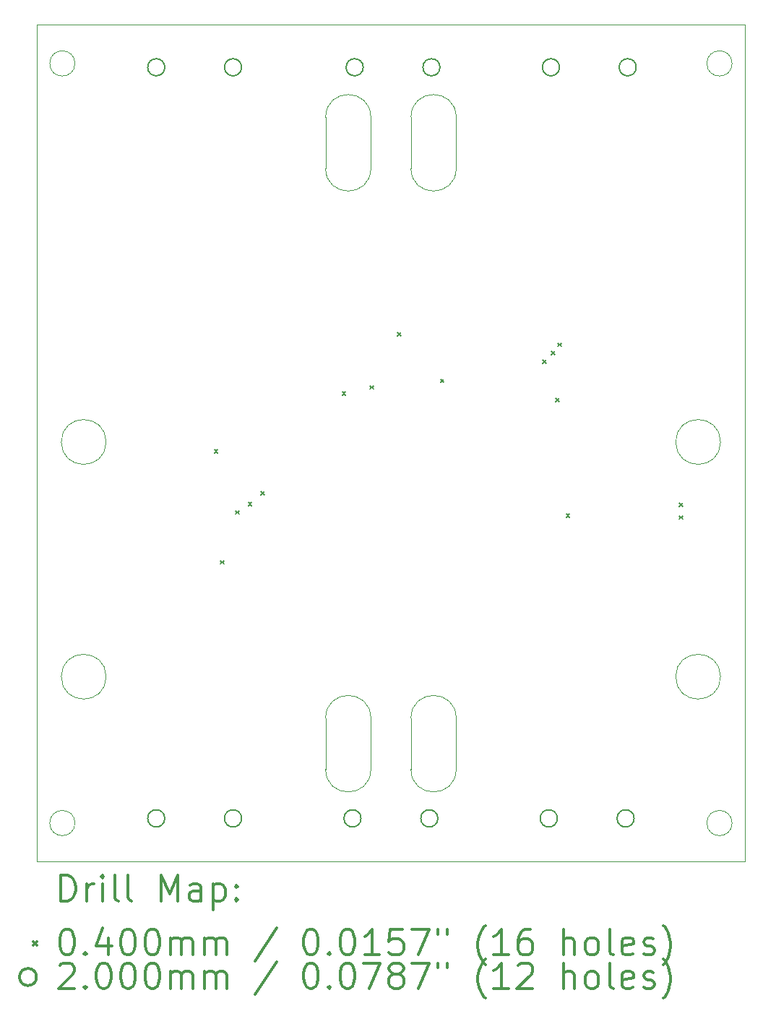
<source format=gbr>
%FSLAX45Y45*%
G04 Gerber Fmt 4.5, Leading zero omitted, Abs format (unit mm)*
G04 Created by KiCad (PCBNEW (5.1.10)-1) date 2022-05-07 18:00:44*
%MOMM*%
%LPD*%
G01*
G04 APERTURE LIST*
%TA.AperFunction,Profile*%
%ADD10C,0.050000*%
%TD*%
%ADD11C,0.200000*%
%ADD12C,0.300000*%
G04 APERTURE END LIST*
D10*
X15215000Y-15300000D02*
G75*
G02*
X14685000Y-15300000I-265000J0D01*
G01*
X14685000Y-14700000D02*
G75*
G02*
X15215000Y-14700000I265000J0D01*
G01*
X14215000Y-15300000D02*
G75*
G02*
X13685000Y-15300000I-265000J0D01*
G01*
X13685000Y-14700000D02*
G75*
G02*
X14215000Y-14700000I265000J0D01*
G01*
X15215000Y-8260000D02*
G75*
G02*
X14685000Y-8260000I-265000J0D01*
G01*
X14685000Y-7660000D02*
G75*
G02*
X15215000Y-7660000I265000J0D01*
G01*
X13685000Y-7660000D02*
G75*
G02*
X14215000Y-7660000I265000J0D01*
G01*
X14215000Y-8260000D02*
G75*
G02*
X13685000Y-8260000I-265000J0D01*
G01*
X15215000Y-7660000D02*
X15215000Y-8260000D01*
X14685000Y-7660000D02*
X14685000Y-8260000D01*
X13685000Y-7660000D02*
X13685000Y-8260000D01*
X14215000Y-7660000D02*
X14215000Y-8260000D01*
X15215000Y-15300000D02*
X15215000Y-14700000D01*
X14685000Y-14700000D02*
X14685000Y-15300000D01*
X14215000Y-15300000D02*
X14215000Y-14700000D01*
X13685000Y-15300000D02*
X13685000Y-14700000D01*
X18312500Y-11465000D02*
G75*
G03*
X18312500Y-11465000I-262500J0D01*
G01*
X18312500Y-14215000D02*
G75*
G03*
X18312500Y-14215000I-262500J0D01*
G01*
X11112500Y-14215000D02*
G75*
G03*
X11112500Y-14215000I-262500J0D01*
G01*
X11112500Y-11465000D02*
G75*
G03*
X11112500Y-11465000I-262500J0D01*
G01*
X18447500Y-7030000D02*
G75*
G03*
X18447500Y-7030000I-147500J0D01*
G01*
X10747500Y-7030000D02*
G75*
G03*
X10747500Y-7030000I-147500J0D01*
G01*
X10747500Y-15930000D02*
G75*
G03*
X10747500Y-15930000I-147500J0D01*
G01*
X18447500Y-15930000D02*
G75*
G03*
X18447500Y-15930000I-147500J0D01*
G01*
X18600000Y-6575000D02*
X10300000Y-6575000D01*
X18600000Y-16375000D02*
X18600000Y-6575000D01*
X10300000Y-16375000D02*
X18600000Y-16375000D01*
X10300000Y-6575000D02*
X10300000Y-16375000D01*
D11*
X12380000Y-11555000D02*
X12420000Y-11595000D01*
X12420000Y-11555000D02*
X12380000Y-11595000D01*
X12455000Y-12855000D02*
X12495000Y-12895000D01*
X12495000Y-12855000D02*
X12455000Y-12895000D01*
X12630000Y-12269500D02*
X12670000Y-12309500D01*
X12670000Y-12269500D02*
X12630000Y-12309500D01*
X12780000Y-12169500D02*
X12820000Y-12209500D01*
X12820000Y-12169500D02*
X12780000Y-12209500D01*
X12930000Y-12044500D02*
X12970000Y-12084500D01*
X12970000Y-12044500D02*
X12930000Y-12084500D01*
X13880000Y-10880000D02*
X13920000Y-10920000D01*
X13920000Y-10880000D02*
X13880000Y-10920000D01*
X14205000Y-10805000D02*
X14245000Y-10845000D01*
X14245000Y-10805000D02*
X14205000Y-10845000D01*
X14530000Y-10180000D02*
X14570000Y-10220000D01*
X14570000Y-10180000D02*
X14530000Y-10220000D01*
X15030000Y-10730000D02*
X15070000Y-10770000D01*
X15070000Y-10730000D02*
X15030000Y-10770000D01*
X16230000Y-10505000D02*
X16270000Y-10545000D01*
X16270000Y-10505000D02*
X16230000Y-10545000D01*
X16330000Y-10405000D02*
X16370000Y-10445000D01*
X16370000Y-10405000D02*
X16330000Y-10445000D01*
X16380000Y-10955000D02*
X16420000Y-10995000D01*
X16420000Y-10955000D02*
X16380000Y-10995000D01*
X16405000Y-10305000D02*
X16445000Y-10345000D01*
X16445000Y-10305000D02*
X16405000Y-10345000D01*
X16505000Y-12305000D02*
X16545000Y-12345000D01*
X16545000Y-12305000D02*
X16505000Y-12345000D01*
X17830000Y-12180000D02*
X17870000Y-12220000D01*
X17870000Y-12180000D02*
X17830000Y-12220000D01*
X17830000Y-12330000D02*
X17870000Y-12370000D01*
X17870000Y-12330000D02*
X17830000Y-12370000D01*
X11800000Y-7075000D02*
G75*
G03*
X11800000Y-7075000I-100000J0D01*
G01*
X11800000Y-15875000D02*
G75*
G03*
X11800000Y-15875000I-100000J0D01*
G01*
X12700000Y-7075000D02*
G75*
G03*
X12700000Y-7075000I-100000J0D01*
G01*
X12700000Y-15875000D02*
G75*
G03*
X12700000Y-15875000I-100000J0D01*
G01*
X14100000Y-15875000D02*
G75*
G03*
X14100000Y-15875000I-100000J0D01*
G01*
X14125000Y-7075000D02*
G75*
G03*
X14125000Y-7075000I-100000J0D01*
G01*
X15000000Y-15875000D02*
G75*
G03*
X15000000Y-15875000I-100000J0D01*
G01*
X15025000Y-7075000D02*
G75*
G03*
X15025000Y-7075000I-100000J0D01*
G01*
X16400000Y-15875000D02*
G75*
G03*
X16400000Y-15875000I-100000J0D01*
G01*
X16425000Y-7075000D02*
G75*
G03*
X16425000Y-7075000I-100000J0D01*
G01*
X17300000Y-15875000D02*
G75*
G03*
X17300000Y-15875000I-100000J0D01*
G01*
X17325000Y-7075000D02*
G75*
G03*
X17325000Y-7075000I-100000J0D01*
G01*
D12*
X10583928Y-16843214D02*
X10583928Y-16543214D01*
X10655357Y-16543214D01*
X10698214Y-16557500D01*
X10726786Y-16586071D01*
X10741071Y-16614643D01*
X10755357Y-16671786D01*
X10755357Y-16714643D01*
X10741071Y-16771786D01*
X10726786Y-16800357D01*
X10698214Y-16828929D01*
X10655357Y-16843214D01*
X10583928Y-16843214D01*
X10883928Y-16843214D02*
X10883928Y-16643214D01*
X10883928Y-16700357D02*
X10898214Y-16671786D01*
X10912500Y-16657500D01*
X10941071Y-16643214D01*
X10969643Y-16643214D01*
X11069643Y-16843214D02*
X11069643Y-16643214D01*
X11069643Y-16543214D02*
X11055357Y-16557500D01*
X11069643Y-16571786D01*
X11083928Y-16557500D01*
X11069643Y-16543214D01*
X11069643Y-16571786D01*
X11255357Y-16843214D02*
X11226786Y-16828929D01*
X11212500Y-16800357D01*
X11212500Y-16543214D01*
X11412500Y-16843214D02*
X11383928Y-16828929D01*
X11369643Y-16800357D01*
X11369643Y-16543214D01*
X11755357Y-16843214D02*
X11755357Y-16543214D01*
X11855357Y-16757500D01*
X11955357Y-16543214D01*
X11955357Y-16843214D01*
X12226786Y-16843214D02*
X12226786Y-16686071D01*
X12212500Y-16657500D01*
X12183928Y-16643214D01*
X12126786Y-16643214D01*
X12098214Y-16657500D01*
X12226786Y-16828929D02*
X12198214Y-16843214D01*
X12126786Y-16843214D01*
X12098214Y-16828929D01*
X12083928Y-16800357D01*
X12083928Y-16771786D01*
X12098214Y-16743214D01*
X12126786Y-16728929D01*
X12198214Y-16728929D01*
X12226786Y-16714643D01*
X12369643Y-16643214D02*
X12369643Y-16943214D01*
X12369643Y-16657500D02*
X12398214Y-16643214D01*
X12455357Y-16643214D01*
X12483928Y-16657500D01*
X12498214Y-16671786D01*
X12512500Y-16700357D01*
X12512500Y-16786072D01*
X12498214Y-16814643D01*
X12483928Y-16828929D01*
X12455357Y-16843214D01*
X12398214Y-16843214D01*
X12369643Y-16828929D01*
X12641071Y-16814643D02*
X12655357Y-16828929D01*
X12641071Y-16843214D01*
X12626786Y-16828929D01*
X12641071Y-16814643D01*
X12641071Y-16843214D01*
X12641071Y-16657500D02*
X12655357Y-16671786D01*
X12641071Y-16686071D01*
X12626786Y-16671786D01*
X12641071Y-16657500D01*
X12641071Y-16686071D01*
X10257500Y-17317500D02*
X10297500Y-17357500D01*
X10297500Y-17317500D02*
X10257500Y-17357500D01*
X10641071Y-17173214D02*
X10669643Y-17173214D01*
X10698214Y-17187500D01*
X10712500Y-17201786D01*
X10726786Y-17230357D01*
X10741071Y-17287500D01*
X10741071Y-17358929D01*
X10726786Y-17416072D01*
X10712500Y-17444643D01*
X10698214Y-17458929D01*
X10669643Y-17473214D01*
X10641071Y-17473214D01*
X10612500Y-17458929D01*
X10598214Y-17444643D01*
X10583928Y-17416072D01*
X10569643Y-17358929D01*
X10569643Y-17287500D01*
X10583928Y-17230357D01*
X10598214Y-17201786D01*
X10612500Y-17187500D01*
X10641071Y-17173214D01*
X10869643Y-17444643D02*
X10883928Y-17458929D01*
X10869643Y-17473214D01*
X10855357Y-17458929D01*
X10869643Y-17444643D01*
X10869643Y-17473214D01*
X11141071Y-17273214D02*
X11141071Y-17473214D01*
X11069643Y-17158929D02*
X10998214Y-17373214D01*
X11183928Y-17373214D01*
X11355357Y-17173214D02*
X11383928Y-17173214D01*
X11412500Y-17187500D01*
X11426786Y-17201786D01*
X11441071Y-17230357D01*
X11455357Y-17287500D01*
X11455357Y-17358929D01*
X11441071Y-17416072D01*
X11426786Y-17444643D01*
X11412500Y-17458929D01*
X11383928Y-17473214D01*
X11355357Y-17473214D01*
X11326786Y-17458929D01*
X11312500Y-17444643D01*
X11298214Y-17416072D01*
X11283928Y-17358929D01*
X11283928Y-17287500D01*
X11298214Y-17230357D01*
X11312500Y-17201786D01*
X11326786Y-17187500D01*
X11355357Y-17173214D01*
X11641071Y-17173214D02*
X11669643Y-17173214D01*
X11698214Y-17187500D01*
X11712500Y-17201786D01*
X11726786Y-17230357D01*
X11741071Y-17287500D01*
X11741071Y-17358929D01*
X11726786Y-17416072D01*
X11712500Y-17444643D01*
X11698214Y-17458929D01*
X11669643Y-17473214D01*
X11641071Y-17473214D01*
X11612500Y-17458929D01*
X11598214Y-17444643D01*
X11583928Y-17416072D01*
X11569643Y-17358929D01*
X11569643Y-17287500D01*
X11583928Y-17230357D01*
X11598214Y-17201786D01*
X11612500Y-17187500D01*
X11641071Y-17173214D01*
X11869643Y-17473214D02*
X11869643Y-17273214D01*
X11869643Y-17301786D02*
X11883928Y-17287500D01*
X11912500Y-17273214D01*
X11955357Y-17273214D01*
X11983928Y-17287500D01*
X11998214Y-17316072D01*
X11998214Y-17473214D01*
X11998214Y-17316072D02*
X12012500Y-17287500D01*
X12041071Y-17273214D01*
X12083928Y-17273214D01*
X12112500Y-17287500D01*
X12126786Y-17316072D01*
X12126786Y-17473214D01*
X12269643Y-17473214D02*
X12269643Y-17273214D01*
X12269643Y-17301786D02*
X12283928Y-17287500D01*
X12312500Y-17273214D01*
X12355357Y-17273214D01*
X12383928Y-17287500D01*
X12398214Y-17316072D01*
X12398214Y-17473214D01*
X12398214Y-17316072D02*
X12412500Y-17287500D01*
X12441071Y-17273214D01*
X12483928Y-17273214D01*
X12512500Y-17287500D01*
X12526786Y-17316072D01*
X12526786Y-17473214D01*
X13112500Y-17158929D02*
X12855357Y-17544643D01*
X13498214Y-17173214D02*
X13526786Y-17173214D01*
X13555357Y-17187500D01*
X13569643Y-17201786D01*
X13583928Y-17230357D01*
X13598214Y-17287500D01*
X13598214Y-17358929D01*
X13583928Y-17416072D01*
X13569643Y-17444643D01*
X13555357Y-17458929D01*
X13526786Y-17473214D01*
X13498214Y-17473214D01*
X13469643Y-17458929D01*
X13455357Y-17444643D01*
X13441071Y-17416072D01*
X13426786Y-17358929D01*
X13426786Y-17287500D01*
X13441071Y-17230357D01*
X13455357Y-17201786D01*
X13469643Y-17187500D01*
X13498214Y-17173214D01*
X13726786Y-17444643D02*
X13741071Y-17458929D01*
X13726786Y-17473214D01*
X13712500Y-17458929D01*
X13726786Y-17444643D01*
X13726786Y-17473214D01*
X13926786Y-17173214D02*
X13955357Y-17173214D01*
X13983928Y-17187500D01*
X13998214Y-17201786D01*
X14012500Y-17230357D01*
X14026786Y-17287500D01*
X14026786Y-17358929D01*
X14012500Y-17416072D01*
X13998214Y-17444643D01*
X13983928Y-17458929D01*
X13955357Y-17473214D01*
X13926786Y-17473214D01*
X13898214Y-17458929D01*
X13883928Y-17444643D01*
X13869643Y-17416072D01*
X13855357Y-17358929D01*
X13855357Y-17287500D01*
X13869643Y-17230357D01*
X13883928Y-17201786D01*
X13898214Y-17187500D01*
X13926786Y-17173214D01*
X14312500Y-17473214D02*
X14141071Y-17473214D01*
X14226786Y-17473214D02*
X14226786Y-17173214D01*
X14198214Y-17216072D01*
X14169643Y-17244643D01*
X14141071Y-17258929D01*
X14583928Y-17173214D02*
X14441071Y-17173214D01*
X14426786Y-17316072D01*
X14441071Y-17301786D01*
X14469643Y-17287500D01*
X14541071Y-17287500D01*
X14569643Y-17301786D01*
X14583928Y-17316072D01*
X14598214Y-17344643D01*
X14598214Y-17416072D01*
X14583928Y-17444643D01*
X14569643Y-17458929D01*
X14541071Y-17473214D01*
X14469643Y-17473214D01*
X14441071Y-17458929D01*
X14426786Y-17444643D01*
X14698214Y-17173214D02*
X14898214Y-17173214D01*
X14769643Y-17473214D01*
X14998214Y-17173214D02*
X14998214Y-17230357D01*
X15112500Y-17173214D02*
X15112500Y-17230357D01*
X15555357Y-17587500D02*
X15541071Y-17573214D01*
X15512500Y-17530357D01*
X15498214Y-17501786D01*
X15483928Y-17458929D01*
X15469643Y-17387500D01*
X15469643Y-17330357D01*
X15483928Y-17258929D01*
X15498214Y-17216072D01*
X15512500Y-17187500D01*
X15541071Y-17144643D01*
X15555357Y-17130357D01*
X15826786Y-17473214D02*
X15655357Y-17473214D01*
X15741071Y-17473214D02*
X15741071Y-17173214D01*
X15712500Y-17216072D01*
X15683928Y-17244643D01*
X15655357Y-17258929D01*
X16083928Y-17173214D02*
X16026786Y-17173214D01*
X15998214Y-17187500D01*
X15983928Y-17201786D01*
X15955357Y-17244643D01*
X15941071Y-17301786D01*
X15941071Y-17416072D01*
X15955357Y-17444643D01*
X15969643Y-17458929D01*
X15998214Y-17473214D01*
X16055357Y-17473214D01*
X16083928Y-17458929D01*
X16098214Y-17444643D01*
X16112500Y-17416072D01*
X16112500Y-17344643D01*
X16098214Y-17316072D01*
X16083928Y-17301786D01*
X16055357Y-17287500D01*
X15998214Y-17287500D01*
X15969643Y-17301786D01*
X15955357Y-17316072D01*
X15941071Y-17344643D01*
X16469643Y-17473214D02*
X16469643Y-17173214D01*
X16598214Y-17473214D02*
X16598214Y-17316072D01*
X16583928Y-17287500D01*
X16555357Y-17273214D01*
X16512500Y-17273214D01*
X16483928Y-17287500D01*
X16469643Y-17301786D01*
X16783928Y-17473214D02*
X16755357Y-17458929D01*
X16741071Y-17444643D01*
X16726786Y-17416072D01*
X16726786Y-17330357D01*
X16741071Y-17301786D01*
X16755357Y-17287500D01*
X16783928Y-17273214D01*
X16826786Y-17273214D01*
X16855357Y-17287500D01*
X16869643Y-17301786D01*
X16883928Y-17330357D01*
X16883928Y-17416072D01*
X16869643Y-17444643D01*
X16855357Y-17458929D01*
X16826786Y-17473214D01*
X16783928Y-17473214D01*
X17055357Y-17473214D02*
X17026786Y-17458929D01*
X17012500Y-17430357D01*
X17012500Y-17173214D01*
X17283928Y-17458929D02*
X17255357Y-17473214D01*
X17198214Y-17473214D01*
X17169643Y-17458929D01*
X17155357Y-17430357D01*
X17155357Y-17316072D01*
X17169643Y-17287500D01*
X17198214Y-17273214D01*
X17255357Y-17273214D01*
X17283928Y-17287500D01*
X17298214Y-17316072D01*
X17298214Y-17344643D01*
X17155357Y-17373214D01*
X17412500Y-17458929D02*
X17441071Y-17473214D01*
X17498214Y-17473214D01*
X17526786Y-17458929D01*
X17541071Y-17430357D01*
X17541071Y-17416072D01*
X17526786Y-17387500D01*
X17498214Y-17373214D01*
X17455357Y-17373214D01*
X17426786Y-17358929D01*
X17412500Y-17330357D01*
X17412500Y-17316072D01*
X17426786Y-17287500D01*
X17455357Y-17273214D01*
X17498214Y-17273214D01*
X17526786Y-17287500D01*
X17641071Y-17587500D02*
X17655357Y-17573214D01*
X17683928Y-17530357D01*
X17698214Y-17501786D01*
X17712500Y-17458929D01*
X17726786Y-17387500D01*
X17726786Y-17330357D01*
X17712500Y-17258929D01*
X17698214Y-17216072D01*
X17683928Y-17187500D01*
X17655357Y-17144643D01*
X17641071Y-17130357D01*
X10297500Y-17733500D02*
G75*
G03*
X10297500Y-17733500I-100000J0D01*
G01*
X10569643Y-17597786D02*
X10583928Y-17583500D01*
X10612500Y-17569214D01*
X10683928Y-17569214D01*
X10712500Y-17583500D01*
X10726786Y-17597786D01*
X10741071Y-17626357D01*
X10741071Y-17654929D01*
X10726786Y-17697786D01*
X10555357Y-17869214D01*
X10741071Y-17869214D01*
X10869643Y-17840643D02*
X10883928Y-17854929D01*
X10869643Y-17869214D01*
X10855357Y-17854929D01*
X10869643Y-17840643D01*
X10869643Y-17869214D01*
X11069643Y-17569214D02*
X11098214Y-17569214D01*
X11126786Y-17583500D01*
X11141071Y-17597786D01*
X11155357Y-17626357D01*
X11169643Y-17683500D01*
X11169643Y-17754929D01*
X11155357Y-17812072D01*
X11141071Y-17840643D01*
X11126786Y-17854929D01*
X11098214Y-17869214D01*
X11069643Y-17869214D01*
X11041071Y-17854929D01*
X11026786Y-17840643D01*
X11012500Y-17812072D01*
X10998214Y-17754929D01*
X10998214Y-17683500D01*
X11012500Y-17626357D01*
X11026786Y-17597786D01*
X11041071Y-17583500D01*
X11069643Y-17569214D01*
X11355357Y-17569214D02*
X11383928Y-17569214D01*
X11412500Y-17583500D01*
X11426786Y-17597786D01*
X11441071Y-17626357D01*
X11455357Y-17683500D01*
X11455357Y-17754929D01*
X11441071Y-17812072D01*
X11426786Y-17840643D01*
X11412500Y-17854929D01*
X11383928Y-17869214D01*
X11355357Y-17869214D01*
X11326786Y-17854929D01*
X11312500Y-17840643D01*
X11298214Y-17812072D01*
X11283928Y-17754929D01*
X11283928Y-17683500D01*
X11298214Y-17626357D01*
X11312500Y-17597786D01*
X11326786Y-17583500D01*
X11355357Y-17569214D01*
X11641071Y-17569214D02*
X11669643Y-17569214D01*
X11698214Y-17583500D01*
X11712500Y-17597786D01*
X11726786Y-17626357D01*
X11741071Y-17683500D01*
X11741071Y-17754929D01*
X11726786Y-17812072D01*
X11712500Y-17840643D01*
X11698214Y-17854929D01*
X11669643Y-17869214D01*
X11641071Y-17869214D01*
X11612500Y-17854929D01*
X11598214Y-17840643D01*
X11583928Y-17812072D01*
X11569643Y-17754929D01*
X11569643Y-17683500D01*
X11583928Y-17626357D01*
X11598214Y-17597786D01*
X11612500Y-17583500D01*
X11641071Y-17569214D01*
X11869643Y-17869214D02*
X11869643Y-17669214D01*
X11869643Y-17697786D02*
X11883928Y-17683500D01*
X11912500Y-17669214D01*
X11955357Y-17669214D01*
X11983928Y-17683500D01*
X11998214Y-17712072D01*
X11998214Y-17869214D01*
X11998214Y-17712072D02*
X12012500Y-17683500D01*
X12041071Y-17669214D01*
X12083928Y-17669214D01*
X12112500Y-17683500D01*
X12126786Y-17712072D01*
X12126786Y-17869214D01*
X12269643Y-17869214D02*
X12269643Y-17669214D01*
X12269643Y-17697786D02*
X12283928Y-17683500D01*
X12312500Y-17669214D01*
X12355357Y-17669214D01*
X12383928Y-17683500D01*
X12398214Y-17712072D01*
X12398214Y-17869214D01*
X12398214Y-17712072D02*
X12412500Y-17683500D01*
X12441071Y-17669214D01*
X12483928Y-17669214D01*
X12512500Y-17683500D01*
X12526786Y-17712072D01*
X12526786Y-17869214D01*
X13112500Y-17554929D02*
X12855357Y-17940643D01*
X13498214Y-17569214D02*
X13526786Y-17569214D01*
X13555357Y-17583500D01*
X13569643Y-17597786D01*
X13583928Y-17626357D01*
X13598214Y-17683500D01*
X13598214Y-17754929D01*
X13583928Y-17812072D01*
X13569643Y-17840643D01*
X13555357Y-17854929D01*
X13526786Y-17869214D01*
X13498214Y-17869214D01*
X13469643Y-17854929D01*
X13455357Y-17840643D01*
X13441071Y-17812072D01*
X13426786Y-17754929D01*
X13426786Y-17683500D01*
X13441071Y-17626357D01*
X13455357Y-17597786D01*
X13469643Y-17583500D01*
X13498214Y-17569214D01*
X13726786Y-17840643D02*
X13741071Y-17854929D01*
X13726786Y-17869214D01*
X13712500Y-17854929D01*
X13726786Y-17840643D01*
X13726786Y-17869214D01*
X13926786Y-17569214D02*
X13955357Y-17569214D01*
X13983928Y-17583500D01*
X13998214Y-17597786D01*
X14012500Y-17626357D01*
X14026786Y-17683500D01*
X14026786Y-17754929D01*
X14012500Y-17812072D01*
X13998214Y-17840643D01*
X13983928Y-17854929D01*
X13955357Y-17869214D01*
X13926786Y-17869214D01*
X13898214Y-17854929D01*
X13883928Y-17840643D01*
X13869643Y-17812072D01*
X13855357Y-17754929D01*
X13855357Y-17683500D01*
X13869643Y-17626357D01*
X13883928Y-17597786D01*
X13898214Y-17583500D01*
X13926786Y-17569214D01*
X14126786Y-17569214D02*
X14326786Y-17569214D01*
X14198214Y-17869214D01*
X14483928Y-17697786D02*
X14455357Y-17683500D01*
X14441071Y-17669214D01*
X14426786Y-17640643D01*
X14426786Y-17626357D01*
X14441071Y-17597786D01*
X14455357Y-17583500D01*
X14483928Y-17569214D01*
X14541071Y-17569214D01*
X14569643Y-17583500D01*
X14583928Y-17597786D01*
X14598214Y-17626357D01*
X14598214Y-17640643D01*
X14583928Y-17669214D01*
X14569643Y-17683500D01*
X14541071Y-17697786D01*
X14483928Y-17697786D01*
X14455357Y-17712072D01*
X14441071Y-17726357D01*
X14426786Y-17754929D01*
X14426786Y-17812072D01*
X14441071Y-17840643D01*
X14455357Y-17854929D01*
X14483928Y-17869214D01*
X14541071Y-17869214D01*
X14569643Y-17854929D01*
X14583928Y-17840643D01*
X14598214Y-17812072D01*
X14598214Y-17754929D01*
X14583928Y-17726357D01*
X14569643Y-17712072D01*
X14541071Y-17697786D01*
X14698214Y-17569214D02*
X14898214Y-17569214D01*
X14769643Y-17869214D01*
X14998214Y-17569214D02*
X14998214Y-17626357D01*
X15112500Y-17569214D02*
X15112500Y-17626357D01*
X15555357Y-17983500D02*
X15541071Y-17969214D01*
X15512500Y-17926357D01*
X15498214Y-17897786D01*
X15483928Y-17854929D01*
X15469643Y-17783500D01*
X15469643Y-17726357D01*
X15483928Y-17654929D01*
X15498214Y-17612072D01*
X15512500Y-17583500D01*
X15541071Y-17540643D01*
X15555357Y-17526357D01*
X15826786Y-17869214D02*
X15655357Y-17869214D01*
X15741071Y-17869214D02*
X15741071Y-17569214D01*
X15712500Y-17612072D01*
X15683928Y-17640643D01*
X15655357Y-17654929D01*
X15941071Y-17597786D02*
X15955357Y-17583500D01*
X15983928Y-17569214D01*
X16055357Y-17569214D01*
X16083928Y-17583500D01*
X16098214Y-17597786D01*
X16112500Y-17626357D01*
X16112500Y-17654929D01*
X16098214Y-17697786D01*
X15926786Y-17869214D01*
X16112500Y-17869214D01*
X16469643Y-17869214D02*
X16469643Y-17569214D01*
X16598214Y-17869214D02*
X16598214Y-17712072D01*
X16583928Y-17683500D01*
X16555357Y-17669214D01*
X16512500Y-17669214D01*
X16483928Y-17683500D01*
X16469643Y-17697786D01*
X16783928Y-17869214D02*
X16755357Y-17854929D01*
X16741071Y-17840643D01*
X16726786Y-17812072D01*
X16726786Y-17726357D01*
X16741071Y-17697786D01*
X16755357Y-17683500D01*
X16783928Y-17669214D01*
X16826786Y-17669214D01*
X16855357Y-17683500D01*
X16869643Y-17697786D01*
X16883928Y-17726357D01*
X16883928Y-17812072D01*
X16869643Y-17840643D01*
X16855357Y-17854929D01*
X16826786Y-17869214D01*
X16783928Y-17869214D01*
X17055357Y-17869214D02*
X17026786Y-17854929D01*
X17012500Y-17826357D01*
X17012500Y-17569214D01*
X17283928Y-17854929D02*
X17255357Y-17869214D01*
X17198214Y-17869214D01*
X17169643Y-17854929D01*
X17155357Y-17826357D01*
X17155357Y-17712072D01*
X17169643Y-17683500D01*
X17198214Y-17669214D01*
X17255357Y-17669214D01*
X17283928Y-17683500D01*
X17298214Y-17712072D01*
X17298214Y-17740643D01*
X17155357Y-17769214D01*
X17412500Y-17854929D02*
X17441071Y-17869214D01*
X17498214Y-17869214D01*
X17526786Y-17854929D01*
X17541071Y-17826357D01*
X17541071Y-17812072D01*
X17526786Y-17783500D01*
X17498214Y-17769214D01*
X17455357Y-17769214D01*
X17426786Y-17754929D01*
X17412500Y-17726357D01*
X17412500Y-17712072D01*
X17426786Y-17683500D01*
X17455357Y-17669214D01*
X17498214Y-17669214D01*
X17526786Y-17683500D01*
X17641071Y-17983500D02*
X17655357Y-17969214D01*
X17683928Y-17926357D01*
X17698214Y-17897786D01*
X17712500Y-17854929D01*
X17726786Y-17783500D01*
X17726786Y-17726357D01*
X17712500Y-17654929D01*
X17698214Y-17612072D01*
X17683928Y-17583500D01*
X17655357Y-17540643D01*
X17641071Y-17526357D01*
M02*

</source>
